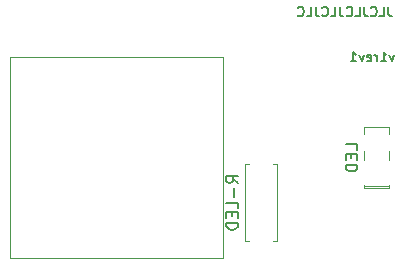
<source format=gbr>
%TF.GenerationSoftware,KiCad,Pcbnew,(6.0.9-0)*%
%TF.CreationDate,2024-03-23T13:32:28+01:00*%
%TF.ProjectId,pt-delay-minima-footswitch,70742d64-656c-4617-992d-6d696e696d61,rev?*%
%TF.SameCoordinates,Original*%
%TF.FileFunction,Legend,Bot*%
%TF.FilePolarity,Positive*%
%FSLAX46Y46*%
G04 Gerber Fmt 4.6, Leading zero omitted, Abs format (unit mm)*
G04 Created by KiCad (PCBNEW (6.0.9-0)) date 2024-03-23 13:32:28*
%MOMM*%
%LPD*%
G01*
G04 APERTURE LIST*
%ADD10C,0.150000*%
%ADD11C,0.120000*%
%ADD12R,3.816000X3.816000*%
%ADD13O,4.200000X2.800000*%
%ADD14R,1.700000X1.700000*%
%ADD15O,1.700000X1.700000*%
%ADD16R,1.800000X1.800000*%
%ADD17C,1.800000*%
%ADD18C,1.600000*%
%ADD19O,1.600000X1.600000*%
G04 APERTURE END LIST*
D10*
X73757023Y-46818571D02*
X73566547Y-47351904D01*
X73376071Y-46818571D01*
X72652261Y-47351904D02*
X73109404Y-47351904D01*
X72880833Y-47351904D02*
X72880833Y-46551904D01*
X72957023Y-46666190D01*
X73033214Y-46742380D01*
X73109404Y-46780476D01*
X72309404Y-47351904D02*
X72309404Y-46818571D01*
X72309404Y-46970952D02*
X72271309Y-46894761D01*
X72233214Y-46856666D01*
X72157023Y-46818571D01*
X72080833Y-46818571D01*
X71509404Y-47313809D02*
X71585595Y-47351904D01*
X71737976Y-47351904D01*
X71814166Y-47313809D01*
X71852261Y-47237619D01*
X71852261Y-46932857D01*
X71814166Y-46856666D01*
X71737976Y-46818571D01*
X71585595Y-46818571D01*
X71509404Y-46856666D01*
X71471309Y-46932857D01*
X71471309Y-47009047D01*
X71852261Y-47085238D01*
X71204642Y-46818571D02*
X71014166Y-47351904D01*
X70823690Y-46818571D01*
X70099880Y-47351904D02*
X70557023Y-47351904D01*
X70328452Y-47351904D02*
X70328452Y-46551904D01*
X70404642Y-46666190D01*
X70480833Y-46742380D01*
X70557023Y-46780476D01*
X73291238Y-42741904D02*
X73291238Y-43313333D01*
X73329333Y-43427619D01*
X73405523Y-43503809D01*
X73519809Y-43541904D01*
X73596000Y-43541904D01*
X72529333Y-43541904D02*
X72910285Y-43541904D01*
X72910285Y-42741904D01*
X71805523Y-43465714D02*
X71843619Y-43503809D01*
X71957904Y-43541904D01*
X72034095Y-43541904D01*
X72148380Y-43503809D01*
X72224571Y-43427619D01*
X72262666Y-43351428D01*
X72300761Y-43199047D01*
X72300761Y-43084761D01*
X72262666Y-42932380D01*
X72224571Y-42856190D01*
X72148380Y-42780000D01*
X72034095Y-42741904D01*
X71957904Y-42741904D01*
X71843619Y-42780000D01*
X71805523Y-42818095D01*
X71234095Y-42741904D02*
X71234095Y-43313333D01*
X71272190Y-43427619D01*
X71348380Y-43503809D01*
X71462666Y-43541904D01*
X71538857Y-43541904D01*
X70472190Y-43541904D02*
X70853142Y-43541904D01*
X70853142Y-42741904D01*
X69748380Y-43465714D02*
X69786476Y-43503809D01*
X69900761Y-43541904D01*
X69976952Y-43541904D01*
X70091238Y-43503809D01*
X70167428Y-43427619D01*
X70205523Y-43351428D01*
X70243619Y-43199047D01*
X70243619Y-43084761D01*
X70205523Y-42932380D01*
X70167428Y-42856190D01*
X70091238Y-42780000D01*
X69976952Y-42741904D01*
X69900761Y-42741904D01*
X69786476Y-42780000D01*
X69748380Y-42818095D01*
X69176952Y-42741904D02*
X69176952Y-43313333D01*
X69215047Y-43427619D01*
X69291238Y-43503809D01*
X69405523Y-43541904D01*
X69481714Y-43541904D01*
X68415047Y-43541904D02*
X68796000Y-43541904D01*
X68796000Y-42741904D01*
X67691238Y-43465714D02*
X67729333Y-43503809D01*
X67843619Y-43541904D01*
X67919809Y-43541904D01*
X68034095Y-43503809D01*
X68110285Y-43427619D01*
X68148380Y-43351428D01*
X68186476Y-43199047D01*
X68186476Y-43084761D01*
X68148380Y-42932380D01*
X68110285Y-42856190D01*
X68034095Y-42780000D01*
X67919809Y-42741904D01*
X67843619Y-42741904D01*
X67729333Y-42780000D01*
X67691238Y-42818095D01*
X67119809Y-42741904D02*
X67119809Y-43313333D01*
X67157904Y-43427619D01*
X67234095Y-43503809D01*
X67348380Y-43541904D01*
X67424571Y-43541904D01*
X66357904Y-43541904D02*
X66738857Y-43541904D01*
X66738857Y-42741904D01*
X65634095Y-43465714D02*
X65672190Y-43503809D01*
X65786476Y-43541904D01*
X65862666Y-43541904D01*
X65976952Y-43503809D01*
X66053142Y-43427619D01*
X66091238Y-43351428D01*
X66129333Y-43199047D01*
X66129333Y-43084761D01*
X66091238Y-42932380D01*
X66053142Y-42856190D01*
X65976952Y-42780000D01*
X65862666Y-42741904D01*
X65786476Y-42741904D01*
X65672190Y-42780000D01*
X65634095Y-42818095D01*
%TO.C,D1*%
X70672380Y-54857142D02*
X70672380Y-54380952D01*
X69672380Y-54380952D01*
X70148571Y-55190476D02*
X70148571Y-55523809D01*
X70672380Y-55666666D02*
X70672380Y-55190476D01*
X69672380Y-55190476D01*
X69672380Y-55666666D01*
X70672380Y-56095238D02*
X69672380Y-56095238D01*
X69672380Y-56333333D01*
X69720000Y-56476190D01*
X69815238Y-56571428D01*
X69910476Y-56619047D01*
X70100952Y-56666666D01*
X70243809Y-56666666D01*
X70434285Y-56619047D01*
X70529523Y-56571428D01*
X70624761Y-56476190D01*
X70672380Y-56333333D01*
X70672380Y-56095238D01*
%TO.C,R1*%
X60566380Y-57642333D02*
X60090190Y-57309000D01*
X60566380Y-57070904D02*
X59566380Y-57070904D01*
X59566380Y-57451857D01*
X59614000Y-57547095D01*
X59661619Y-57594714D01*
X59756857Y-57642333D01*
X59899714Y-57642333D01*
X59994952Y-57594714D01*
X60042571Y-57547095D01*
X60090190Y-57451857D01*
X60090190Y-57070904D01*
X60185428Y-58070904D02*
X60185428Y-58832809D01*
X60566380Y-59785190D02*
X60566380Y-59309000D01*
X59566380Y-59309000D01*
X60042571Y-60118523D02*
X60042571Y-60451857D01*
X60566380Y-60594714D02*
X60566380Y-60118523D01*
X59566380Y-60118523D01*
X59566380Y-60594714D01*
X60566380Y-61023285D02*
X59566380Y-61023285D01*
X59566380Y-61261380D01*
X59614000Y-61404238D01*
X59709238Y-61499476D01*
X59804476Y-61547095D01*
X59994952Y-61594714D01*
X60137809Y-61594714D01*
X60328285Y-61547095D01*
X60423523Y-61499476D01*
X60518761Y-61404238D01*
X60566380Y-61261380D01*
X60566380Y-61023285D01*
D11*
%TO.C,SW1*%
X59280000Y-47000000D02*
X59280000Y-64000000D01*
X59280000Y-64000000D02*
X41280000Y-64000000D01*
X41280000Y-64000000D02*
X41280000Y-47000000D01*
X41280000Y-47000000D02*
X59280000Y-47000000D01*
%TO.C,D1*%
X73340000Y-58060000D02*
X71220000Y-58060000D01*
X73340000Y-53500000D02*
X73340000Y-52940000D01*
X73340000Y-58060000D02*
X73340000Y-57850000D01*
X73340000Y-52940000D02*
X71220000Y-52940000D01*
X73340000Y-57940000D02*
X71220000Y-57940000D01*
X73340000Y-55690000D02*
X73340000Y-54959000D01*
X71220000Y-53500000D02*
X71220000Y-52940000D01*
X71220000Y-58060000D02*
X71220000Y-57850000D01*
X71220000Y-55690000D02*
X71220000Y-54959000D01*
%TO.C,R1*%
X61114000Y-62579000D02*
X61114000Y-56039000D01*
X63854000Y-62579000D02*
X63854000Y-56039000D01*
X63854000Y-56039000D02*
X63524000Y-56039000D01*
X63524000Y-62579000D02*
X63854000Y-62579000D01*
X61114000Y-56039000D02*
X61444000Y-56039000D01*
X61444000Y-62579000D02*
X61114000Y-62579000D01*
%TD*%
%LPC*%
D12*
%TO.C,SW1*%
X45200000Y-50800000D03*
D13*
X45200000Y-55500000D03*
X45200000Y-60200000D03*
X50280000Y-50800000D03*
X50280000Y-55500000D03*
X50280000Y-60200000D03*
X55360000Y-50800000D03*
X55360000Y-55500000D03*
X55360000Y-60200000D03*
%TD*%
D14*
%TO.C,J1*%
X44018000Y-43688000D03*
D15*
X46558000Y-43688000D03*
X49098000Y-43688000D03*
X51638000Y-43688000D03*
X54178000Y-43688000D03*
X56718000Y-43688000D03*
%TD*%
D16*
%TO.C,D1*%
X72280000Y-56770000D03*
D17*
X72280000Y-54230000D03*
%TD*%
D18*
%TO.C,R1*%
X62484000Y-63119000D03*
D19*
X62484000Y-55499000D03*
%TD*%
M02*

</source>
